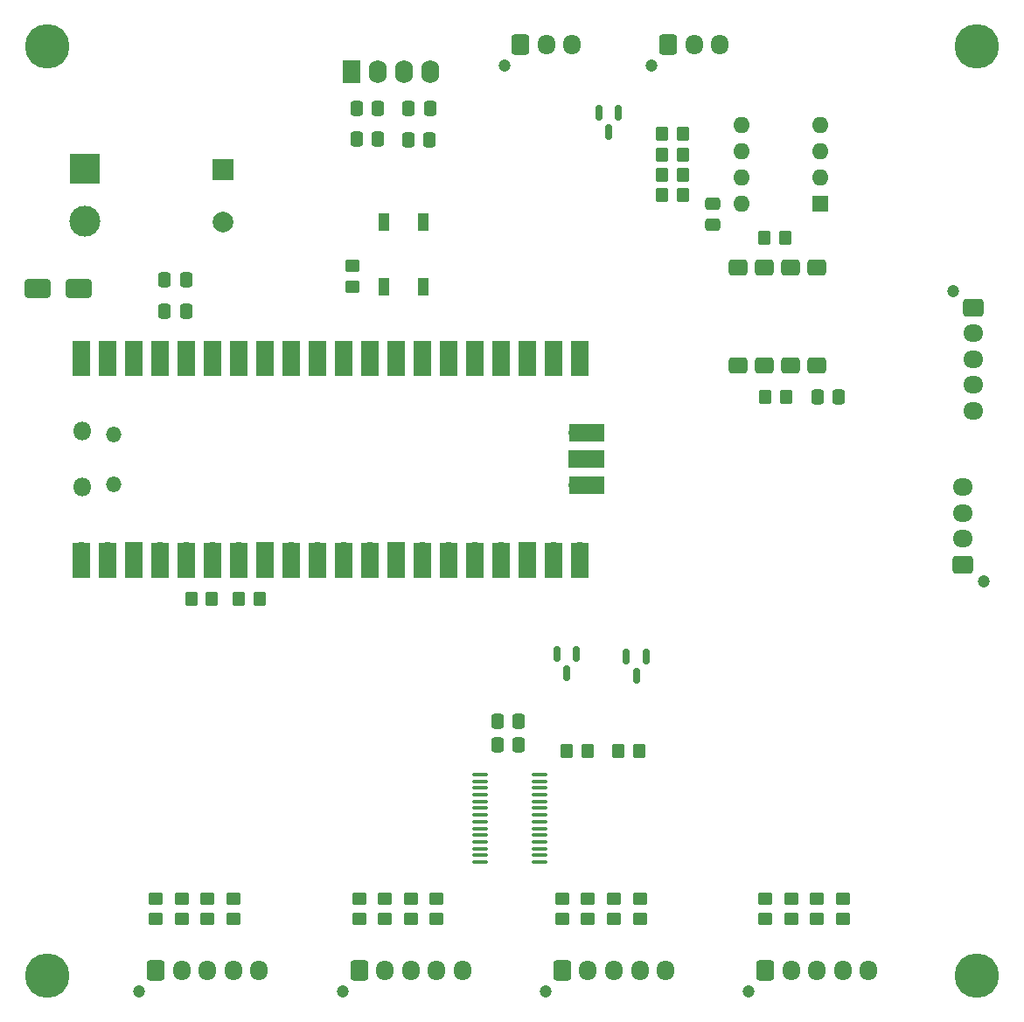
<source format=gbr>
%TF.GenerationSoftware,KiCad,Pcbnew,7.0.6+dfsg-1*%
%TF.CreationDate,2023-07-26T00:01:03-03:00*%
%TF.ProjectId,DMX_servo_controller_hardware,444d585f-7365-4727-966f-5f636f6e7472,rev?*%
%TF.SameCoordinates,Original*%
%TF.FileFunction,Soldermask,Top*%
%TF.FilePolarity,Negative*%
%FSLAX46Y46*%
G04 Gerber Fmt 4.6, Leading zero omitted, Abs format (unit mm)*
G04 Created by KiCad (PCBNEW 7.0.6+dfsg-1) date 2023-07-26 00:01:03*
%MOMM*%
%LPD*%
G01*
G04 APERTURE LIST*
G04 Aperture macros list*
%AMRoundRect*
0 Rectangle with rounded corners*
0 $1 Rounding radius*
0 $2 $3 $4 $5 $6 $7 $8 $9 X,Y pos of 4 corners*
0 Add a 4 corners polygon primitive as box body*
4,1,4,$2,$3,$4,$5,$6,$7,$8,$9,$2,$3,0*
0 Add four circle primitives for the rounded corners*
1,1,$1+$1,$2,$3*
1,1,$1+$1,$4,$5*
1,1,$1+$1,$6,$7*
1,1,$1+$1,$8,$9*
0 Add four rect primitives between the rounded corners*
20,1,$1+$1,$2,$3,$4,$5,0*
20,1,$1+$1,$4,$5,$6,$7,0*
20,1,$1+$1,$6,$7,$8,$9,0*
20,1,$1+$1,$8,$9,$2,$3,0*%
G04 Aperture macros list end*
%ADD10RoundRect,0.250000X0.337500X0.475000X-0.337500X0.475000X-0.337500X-0.475000X0.337500X-0.475000X0*%
%ADD11RoundRect,0.250000X-0.450000X0.350000X-0.450000X-0.350000X0.450000X-0.350000X0.450000X0.350000X0*%
%ADD12C,1.200000*%
%ADD13RoundRect,0.250000X-0.725000X0.600000X-0.725000X-0.600000X0.725000X-0.600000X0.725000X0.600000X0*%
%ADD14O,1.950000X1.700000*%
%ADD15RoundRect,0.250000X-0.600000X-0.725000X0.600000X-0.725000X0.600000X0.725000X-0.600000X0.725000X0*%
%ADD16O,1.700000X1.950000*%
%ADD17C,4.300000*%
%ADD18RoundRect,0.250000X-0.475000X0.337500X-0.475000X-0.337500X0.475000X-0.337500X0.475000X0.337500X0*%
%ADD19RoundRect,0.250000X-0.350000X-0.450000X0.350000X-0.450000X0.350000X0.450000X-0.350000X0.450000X0*%
%ADD20RoundRect,0.250000X-0.337500X-0.475000X0.337500X-0.475000X0.337500X0.475000X-0.337500X0.475000X0*%
%ADD21RoundRect,0.250000X0.350000X0.450000X-0.350000X0.450000X-0.350000X-0.450000X0.350000X-0.450000X0*%
%ADD22R,2.000000X2.000000*%
%ADD23C,2.000000*%
%ADD24RoundRect,0.250000X0.725000X-0.600000X0.725000X0.600000X-0.725000X0.600000X-0.725000X-0.600000X0*%
%ADD25RoundRect,0.150000X-0.150000X0.587500X-0.150000X-0.587500X0.150000X-0.587500X0.150000X0.587500X0*%
%ADD26R,3.000000X3.000000*%
%ADD27C,3.000000*%
%ADD28O,1.800000X1.800000*%
%ADD29O,1.500000X1.500000*%
%ADD30O,1.700000X1.700000*%
%ADD31R,1.700000X3.500000*%
%ADD32R,1.700000X1.700000*%
%ADD33R,3.500000X1.700000*%
%ADD34RoundRect,0.100000X-0.637500X-0.100000X0.637500X-0.100000X0.637500X0.100000X-0.637500X0.100000X0*%
%ADD35R,1.000000X1.700000*%
%ADD36RoundRect,0.250000X1.000000X0.650000X-1.000000X0.650000X-1.000000X-0.650000X1.000000X-0.650000X0*%
%ADD37R,1.600000X1.600000*%
%ADD38O,1.600000X1.600000*%
%ADD39R,1.750000X2.250000*%
%ADD40O,1.750000X2.250000*%
%ADD41RoundRect,0.249344X-0.640656X0.510656X-0.640656X-0.510656X0.640656X-0.510656X0.640656X0.510656X0*%
G04 APERTURE END LIST*
D10*
%TO.C,C9*%
X118400000Y-90655000D03*
X116325000Y-90655000D03*
%TD*%
D11*
%TO.C,R16*%
X140150000Y-147531250D03*
X140150000Y-149531250D03*
%TD*%
D12*
%TO.C,J5*%
X192650000Y-88700000D03*
D13*
X194650000Y-90300000D03*
D14*
X194650000Y-92800000D03*
X194650000Y-95300000D03*
X194650000Y-97800000D03*
X194650000Y-100300000D03*
%TD*%
D12*
%TO.C,J9*%
X172900000Y-156531250D03*
D15*
X174500000Y-154531250D03*
D16*
X177000000Y-154531250D03*
X179500000Y-154531250D03*
X182000000Y-154531250D03*
X184500000Y-154531250D03*
%TD*%
D11*
%TO.C,R11*%
X117975000Y-147531250D03*
X117975000Y-149531250D03*
%TD*%
%TO.C,R19*%
X157325000Y-147531250D03*
X157325000Y-149531250D03*
%TD*%
D17*
%TO.C,H1*%
X105000000Y-65000000D03*
%TD*%
D11*
%TO.C,R25*%
X182000000Y-147531250D03*
X182000000Y-149531250D03*
%TD*%
%TO.C,R23*%
X177000000Y-147531250D03*
X177000000Y-149531250D03*
%TD*%
D12*
%TO.C,J1*%
X149200000Y-66875000D03*
D15*
X150800000Y-64875000D03*
D16*
X153300000Y-64875000D03*
X155800000Y-64875000D03*
%TD*%
D18*
%TO.C,C11*%
X169399416Y-80242500D03*
X169399416Y-82317500D03*
%TD*%
D10*
%TO.C,C5*%
X137000727Y-74000000D03*
X134925727Y-74000000D03*
%TD*%
D11*
%TO.C,R20*%
X159825000Y-147531250D03*
X159825000Y-149531250D03*
%TD*%
D19*
%TO.C,R1*%
X118900000Y-118500000D03*
X120900000Y-118500000D03*
%TD*%
D11*
%TO.C,R22*%
X174500000Y-147531250D03*
X174500000Y-149531250D03*
%TD*%
D19*
%TO.C,R6*%
X164481000Y-75488800D03*
X166481000Y-75488800D03*
%TD*%
%TO.C,R8*%
X164481000Y-73507600D03*
X166481000Y-73507600D03*
%TD*%
D20*
%TO.C,C6*%
X179517583Y-98992498D03*
X181592583Y-98992498D03*
%TD*%
D12*
%TO.C,J2*%
X163500000Y-66875000D03*
D15*
X165100000Y-64875000D03*
D16*
X167600000Y-64875000D03*
X170100000Y-64875000D03*
%TD*%
D11*
%TO.C,R21*%
X162325000Y-147531250D03*
X162325000Y-149531250D03*
%TD*%
D21*
%TO.C,R5*%
X157250000Y-133281250D03*
X155250000Y-133281250D03*
%TD*%
D19*
%TO.C,R7*%
X164481000Y-77456014D03*
X166481000Y-77456014D03*
%TD*%
D11*
%TO.C,R17*%
X142650000Y-147531250D03*
X142650000Y-149531250D03*
%TD*%
%TO.C,R28*%
X134530000Y-86300000D03*
X134530000Y-88300000D03*
%TD*%
D22*
%TO.C,C3*%
X122000000Y-77000000D03*
D23*
X122000000Y-82000000D03*
%TD*%
D10*
%TO.C,C1*%
X150637500Y-132650000D03*
X148562500Y-132650000D03*
%TD*%
D12*
%TO.C,J4*%
X195600000Y-116800000D03*
D24*
X193600000Y-115200000D03*
D14*
X193600000Y-112700000D03*
X193600000Y-110200000D03*
X193600000Y-107700000D03*
%TD*%
D21*
%TO.C,R27*%
X176500000Y-98992498D03*
X174500000Y-98992498D03*
%TD*%
D12*
%TO.C,J7*%
X133550000Y-156531250D03*
D15*
X135150000Y-154531250D03*
D16*
X137650000Y-154531250D03*
X140150000Y-154531250D03*
X142650000Y-154531250D03*
X145150000Y-154531250D03*
%TD*%
D10*
%TO.C,C2*%
X150637500Y-130400000D03*
X148562500Y-130400000D03*
%TD*%
D12*
%TO.C,J8*%
X153225000Y-156531250D03*
D15*
X154825000Y-154531250D03*
D16*
X157325000Y-154531250D03*
X159825000Y-154531250D03*
X162325000Y-154531250D03*
X164825000Y-154531250D03*
%TD*%
D11*
%TO.C,R18*%
X154825000Y-147531250D03*
X154825000Y-149531250D03*
%TD*%
D21*
%TO.C,R2*%
X125500000Y-118500000D03*
X123500000Y-118500000D03*
%TD*%
D25*
%TO.C,D1*%
X160259868Y-71419465D03*
X158359868Y-71419465D03*
X159309868Y-73294465D03*
%TD*%
D12*
%TO.C,J6*%
X113875000Y-156531250D03*
D15*
X115475000Y-154531250D03*
D16*
X117975000Y-154531250D03*
X120475000Y-154531250D03*
X122975000Y-154531250D03*
X125475000Y-154531250D03*
%TD*%
D26*
%TO.C,J3*%
X108600000Y-76860000D03*
D27*
X108600000Y-81940000D03*
%TD*%
D10*
%TO.C,C7*%
X142015798Y-70993615D03*
X139940798Y-70993615D03*
%TD*%
D25*
%TO.C,Q2*%
X156194800Y-123827300D03*
X154294800Y-123827300D03*
X155244800Y-125702300D03*
%TD*%
D28*
%TO.C,U4*%
X108370000Y-107725000D03*
D29*
X111400000Y-107425000D03*
X111400000Y-102575000D03*
D28*
X108370000Y-102275000D03*
D30*
X108240000Y-113890000D03*
D31*
X108240000Y-114790000D03*
D30*
X110780000Y-113890000D03*
D31*
X110780000Y-114790000D03*
D32*
X113320000Y-113890000D03*
D31*
X113320000Y-114790000D03*
D30*
X115860000Y-113890000D03*
D31*
X115860000Y-114790000D03*
D30*
X118400000Y-113890000D03*
D31*
X118400000Y-114790000D03*
D30*
X120940000Y-113890000D03*
D31*
X120940000Y-114790000D03*
D30*
X123480000Y-113890000D03*
D31*
X123480000Y-114790000D03*
D32*
X126020000Y-113890000D03*
D31*
X126020000Y-114790000D03*
D30*
X128560000Y-113890000D03*
D31*
X128560000Y-114790000D03*
D30*
X131100000Y-113890000D03*
D31*
X131100000Y-114790000D03*
D30*
X133640000Y-113890000D03*
D31*
X133640000Y-114790000D03*
D30*
X136180000Y-113890000D03*
D31*
X136180000Y-114790000D03*
D32*
X138720000Y-113890000D03*
D31*
X138720000Y-114790000D03*
D30*
X141260000Y-113890000D03*
D31*
X141260000Y-114790000D03*
D30*
X143800000Y-113890000D03*
D31*
X143800000Y-114790000D03*
D30*
X146340000Y-113890000D03*
D31*
X146340000Y-114790000D03*
D30*
X148880000Y-113890000D03*
D31*
X148880000Y-114790000D03*
D32*
X151420000Y-113890000D03*
D31*
X151420000Y-114790000D03*
D30*
X153960000Y-113890000D03*
D31*
X153960000Y-114790000D03*
D30*
X156500000Y-113890000D03*
D31*
X156500000Y-114790000D03*
D30*
X156500000Y-96110000D03*
D31*
X156500000Y-95210000D03*
D30*
X153960000Y-96110000D03*
D31*
X153960000Y-95210000D03*
D32*
X151420000Y-96110000D03*
D31*
X151420000Y-95210000D03*
D30*
X148880000Y-96110000D03*
D31*
X148880000Y-95210000D03*
D30*
X146340000Y-96110000D03*
D31*
X146340000Y-95210000D03*
D30*
X143800000Y-96110000D03*
D31*
X143800000Y-95210000D03*
D30*
X141260000Y-96110000D03*
D31*
X141260000Y-95210000D03*
D32*
X138720000Y-96110000D03*
D31*
X138720000Y-95210000D03*
D30*
X136180000Y-96110000D03*
D31*
X136180000Y-95210000D03*
D30*
X133640000Y-96110000D03*
D31*
X133640000Y-95210000D03*
D30*
X131100000Y-96110000D03*
D31*
X131100000Y-95210000D03*
D30*
X128560000Y-96110000D03*
D31*
X128560000Y-95210000D03*
D32*
X126020000Y-96110000D03*
D31*
X126020000Y-95210000D03*
D30*
X123480000Y-96110000D03*
D31*
X123480000Y-95210000D03*
D30*
X120940000Y-96110000D03*
D31*
X120940000Y-95210000D03*
D30*
X118400000Y-96110000D03*
D31*
X118400000Y-95210000D03*
D30*
X115860000Y-96110000D03*
D31*
X115860000Y-95210000D03*
D32*
X113320000Y-96110000D03*
D31*
X113320000Y-95210000D03*
D30*
X110780000Y-96110000D03*
D31*
X110780000Y-95210000D03*
D30*
X108240000Y-96110000D03*
D31*
X108240000Y-95210000D03*
D30*
X156270000Y-107540000D03*
D33*
X157170000Y-107540000D03*
D32*
X156270000Y-105000000D03*
D33*
X157170000Y-105000000D03*
D30*
X156270000Y-102460000D03*
D33*
X157170000Y-102460000D03*
%TD*%
D21*
%TO.C,R3*%
X162250000Y-133281250D03*
X160250000Y-133281250D03*
%TD*%
D11*
%TO.C,R15*%
X137650000Y-147531250D03*
X137650000Y-149531250D03*
%TD*%
D17*
%TO.C,H4*%
X195000000Y-155000000D03*
%TD*%
D34*
%TO.C,U1*%
X146887500Y-135556250D03*
X146887500Y-136206250D03*
X146887500Y-136856250D03*
X146887500Y-137506250D03*
X146887500Y-138156250D03*
X146887500Y-138806250D03*
X146887500Y-139456250D03*
X146887500Y-140106250D03*
X146887500Y-140756250D03*
X146887500Y-141406250D03*
X146887500Y-142056250D03*
X146887500Y-142706250D03*
X146887500Y-143356250D03*
X146887500Y-144006250D03*
X152612500Y-144006250D03*
X152612500Y-143356250D03*
X152612500Y-142706250D03*
X152612500Y-142056250D03*
X152612500Y-141406250D03*
X152612500Y-140756250D03*
X152612500Y-140106250D03*
X152612500Y-139456250D03*
X152612500Y-138806250D03*
X152612500Y-138156250D03*
X152612500Y-137506250D03*
X152612500Y-136856250D03*
X152612500Y-136206250D03*
X152612500Y-135556250D03*
%TD*%
D11*
%TO.C,R14*%
X135150000Y-147531250D03*
X135150000Y-149531250D03*
%TD*%
D10*
%TO.C,C8*%
X142000000Y-74074242D03*
X139925000Y-74074242D03*
%TD*%
D35*
%TO.C,SW1*%
X137600000Y-88300000D03*
X137600000Y-82000000D03*
X141400000Y-88300000D03*
X141400000Y-82000000D03*
%TD*%
D36*
%TO.C,D2*%
X108000000Y-88500000D03*
X104000000Y-88500000D03*
%TD*%
D11*
%TO.C,R12*%
X120475000Y-147531250D03*
X120475000Y-149531250D03*
%TD*%
D10*
%TO.C,C10*%
X118400000Y-87645000D03*
X116325000Y-87645000D03*
%TD*%
D11*
%TO.C,R10*%
X115475000Y-147531250D03*
X115475000Y-149531250D03*
%TD*%
D10*
%TO.C,C4*%
X137000727Y-70993615D03*
X134925727Y-70993615D03*
%TD*%
D37*
%TO.C,U2*%
X179800000Y-80250000D03*
D38*
X179800000Y-77710000D03*
X179800000Y-75170000D03*
X179800000Y-72630000D03*
X172180000Y-72630000D03*
X172180000Y-75170000D03*
X172180000Y-77710000D03*
X172180000Y-80250000D03*
%TD*%
D21*
%TO.C,R9*%
X166481000Y-79451200D03*
X164481000Y-79451200D03*
%TD*%
D39*
%TO.C,PS1*%
X134460727Y-67500000D03*
D40*
X137000727Y-67500000D03*
X139540727Y-67500000D03*
X142080727Y-67500000D03*
%TD*%
D11*
%TO.C,R24*%
X179500000Y-147531250D03*
X179500000Y-149531250D03*
%TD*%
D17*
%TO.C,H3*%
X105000000Y-155000000D03*
%TD*%
D41*
%TO.C,U3*%
X179510000Y-86435000D03*
X176970000Y-86435000D03*
X174430000Y-86435000D03*
X171890000Y-86435000D03*
X171890000Y-95965000D03*
X174430000Y-95965000D03*
X176970000Y-95965000D03*
X179510000Y-95965000D03*
%TD*%
D17*
%TO.C,H2*%
X195000000Y-65000000D03*
%TD*%
D19*
%TO.C,R26*%
X174400000Y-83600000D03*
X176400000Y-83600000D03*
%TD*%
D11*
%TO.C,R13*%
X122975000Y-147531250D03*
X122975000Y-149531250D03*
%TD*%
D25*
%TO.C,Q1*%
X162944800Y-124114800D03*
X161044800Y-124114800D03*
X161994800Y-125989800D03*
%TD*%
M02*

</source>
